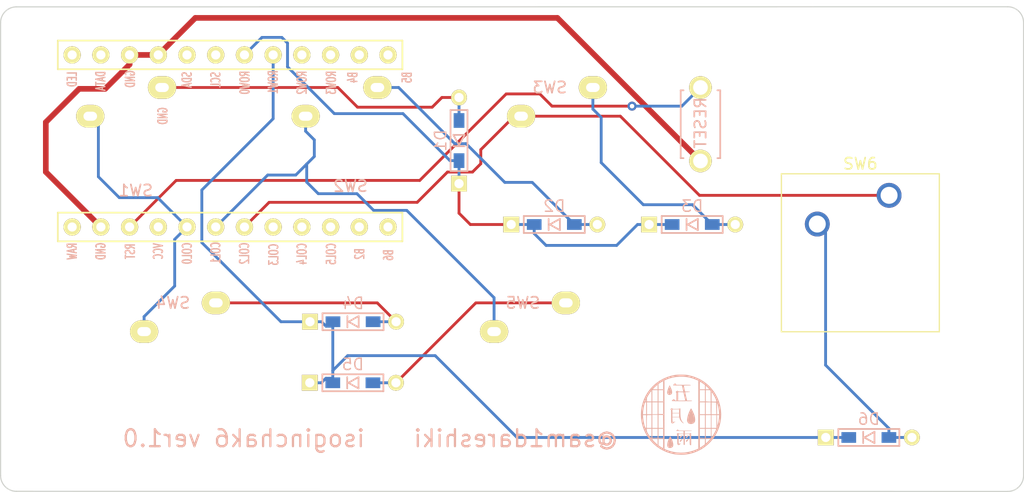
<source format=kicad_pcb>
(kicad_pcb (version 20221018) (generator pcbnew)
  (layers (0 "F.Cu" signal) (31 "B.Cu" signal) (34 "B.Paste" user) (35 "F.Paste" user) (36 "B.SilkS" user "B.Silkscreen") (37 "F.SilkS" user "F.Silkscreen") (38 "B.Mask" user) (39 "F.Mask" user) (44 "Edge.Cuts" user))
  (net 0 "")
  (net 1 "Net-(D1-A)")
  (net 2 "Row0")
  (net 3 "Net-(D2-A)")
  (net 4 "Net-(D3-A)")
  (net 5 "Net-(D4-A)")
  (net 6 "Row1")
  (net 7 "Net-(D5-A)")
  (net 8 "Net-(D6-A)")
  (net 9 "Col0")
  (net 10 "Col1")
  (net 11 "Col2")
  (net 12 "reset")
  (net 13 "GND")
  (net 27 "VCC")
  (footprint "kbd_Parts:Diode_TH_SMD" (layer "F.Cu") (at 106.425 52.6)
    (fp_text reference "D3" (at 0 -1.63) (layer "B.SilkS") (effects (font (thickness 0.125)) (justify mirror)))
    (fp_text value "D" hide)
    (pad "1" thru_hole rect (at -3.81 0) (size 1.397 1.397) (drill 0.8128) (layers "*.Cu" "*.Mask" "F.SilkS") (net 2 "Row0"))
    (pad "1" smd rect (at -1.775 0) (size 1.3 0.95) (layers "B.Cu" "B.Paste" "B.Mask") (net 2 "Row0"))
    (pad "2" smd rect (at 1.775 0) (size 1.3 0.95) (layers "B.Cu" "B.Paste" "B.Mask") (net 4 "Net-(D3-A)"))
    (pad "2" thru_hole circle (at 3.81 0) (size 1.397 1.397) (drill 0.8128) (layers "*.Cu" "*.Mask" "F.SilkS") (net 4 "Net-(D3-A)"))
  )
  (footprint "kbd_Parts:ResetSW" (layer "F.Cu") (at 107.1563 43.7312 90)
    (fp_text reference "SW7" hide)
    (fp_text value "SW_PUSH")
    (fp_text user "RESET" (at 0.127 0 90) (layer "B.SilkS") (effects (justify mirror)))
    (pad "1" thru_hole circle (at 3.25 0 90) (size 2 2) (drill 1.3) (layers "*.Cu" "*.Mask" "F.SilkS") (net 12 "reset"))
    (pad "2" thru_hole circle (at -3.25 0 90) (size 2 2) (drill 1.3) (layers "*.Cu" "*.Mask" "F.SilkS") (net 13 "GND"))
  )
  (footprint "kbd_Hole:m2_Screw_Hole" (layer "F.Cu") (at 85.65 36.875)
    (fp_text reference "Ref00" hide)
    (fp_text value "Val**" hide)
    (pad "" np_thru_hole circle (at 0 0) (size 2.2 2.2) (drill 2.2) (layers "*.Cu" "*.Mask"))
  )
  (footprint "kbd:ProMicro_v2_1side" (layer "F.Cu") (at 66.058 45.2564 90)
    (fp_text reference "U1" hide)
    (fp_text value "ProMicro" hide)
    (fp_text user "" (at -1.2065 -16.256 90) (layer "B.SilkS") (effects (justify mirror)))
    (fp_text user "GND" (at 2.2564 -6.458 90) (layer "B.SilkS") (effects (font (size 0.8 0.5) (thickness 0.125)) (justify mirror)))
    (fp_text user "COL2" (at -9.9 0.762 90) (layer "B.SilkS") (effects (font (size 0.8 0.5) (thickness 0.125)) (justify mirror)))
    (fp_text user "B5" (at 5.6564 15.142 90) (layer "B.SilkS") (effects (font (size 0.8 0.5) (thickness 0.125)) (justify mirror)))
    (fp_text user "GND" (at 5.5245 -9.3345 90) (layer "B.SilkS") (effects (font (size 0.8 0.5) (thickness 0.125)) (justify mirror)))
    (fp_text user "RAW" (at -9.7155 -14.478 90) (layer "B.SilkS") (effects (font (size 0.8 0.5) (thickness 0.125)) (justify mirror)))
    (fp_text user "ROW2" (at 5.2 5.85 90) (layer "B.SilkS") (effects (font (size 0.8 0.5) (thickness 0.125)) (justify mirror)))
    (fp_text user "COL0" (at -9.9 -4.3 90) (layer "B.SilkS") (effects (font (size 0.8 0.5) (thickness 0.125)) (justify mirror)))
    (fp_text user "B2" (at -9.95 10.95 90) (layer "B.SilkS") (effects (font (size 0.8 0.5) (thickness 0.125)) (justify mirror)))
    (fp_text user "GND" (at -9.7155 -11.938 90) (layer "B.SilkS") (effects (font (size 0.8 0.5) (thickness 0.125)) (justify mirror)))
    (fp_text user "COL5" (at -9.95 8.4455 90) (layer "B.SilkS") (effects (font (size 0.8 0.5) (thickness 0.125)) (justify mirror)))
    (fp_text user "RST" (at -9.7155 -9.3345 90) (layer "B.SilkS") (effects (font (size 0.8 0.5) (thickness 0.125)) (justify mirror)))
    (fp_text user "COL3" (at -10 3.35 90) (layer "B.SilkS") (effects (font (size 0.8 0.5) (thickness 0.125)) (justify mirror)))
    (fp_text user "ROW0" (at 5.2 0.8 90) (layer "B.SilkS") (effects (font (size 0.8 0.5) (thickness 0.125)) (justify mirror)))
    (fp_text user "ROW3" (at 5.2 8.4455 90) (layer "B.SilkS") (effects (font (size 0.8 0.5) (thickness 0.125)) (justify mirror)))
    (fp_text user "DATA" (at 5.35 -11.95 90) (layer "B.SilkS") (effects (font (size 0.8 0.5) (thickness 0.125)) (justify mirror)))
    (fp_text user "ROW1" (at 5.25 3.302 90) (layer "B.SilkS") (effects (font (size 0.8 0.5) (thickness 0.125)) (justify mirror)))
    (fp_text user "COL4" (at -9.95 5.85 90) (layer "B.SilkS") (effects (font (size 0.8 0.5) (thickness 0.125)) (justify mirror)))
    (fp_text user "COL1" (at -9.85 -1.778 90) (layer "B.SilkS") (effects (font (size 0.8 0.5) (thickness 0.125)) (justify mirror)))
    (fp_text user "LED" (at 5.5 -14.478 90) (layer "B.SilkS") (effects (font (size 0.8 0.5) (thickness 0.125)) (justify mirror)))
    (fp_text user "B6" (at -10.05 13.5 90) (layer "B.SilkS") (effects (font (size 0.8 0.5) (thickness 0.125)) (justify mirror)))
    (fp_text user "B4" (at 5.6564 10.342 90) (layer "B.SilkS") (effects (font (size 0.8 0.5) (thickness 0.125)) (justify mirror)))
    (fp_text user "SDA" (at 5.461 -4.318 90) (layer "B.SilkS") (effects (font (size 0.8 0.5) (thickness 0.125)) (justify mirror)))
    (fp_text user "SCL" (at 5.461 -1.778 90) (layer "B.SilkS") (effects (font (size 0.8 0.5) (thickness 0.125)) (justify mirror)))
    (fp_text user "VCC" (at -9.7155 -6.858 90) (layer "B.SilkS") (effects (font (size 0.8 0.5) (thickness 0.125)) (justify mirror)))
    (fp_text user "" (at -0.5 -17.25 90) (layer "F.SilkS"))
    (pad "1" thru_hole circle (at 7.6564 -14.478 90) (size 1.524 1.524) (drill 0.8128) (layers "*.Cu" "F.SilkS" "B.Mask"))
    (pad "2" thru_hole circle (at 7.6564 -11.938 90) (size 1.524 1.524) (drill 0.8128) (layers "*.Cu" "F.SilkS" "B.Mask"))
    (pad "3" thru_hole circle (at 7.6564 -9.398 90) (size 1.524 1.524) (drill 0.8128) (layers "*.Cu" "F.SilkS" "B.Mask") (net 13 "GND"))
    (pad "4" thru_hole circle (at 7.6564 -6.858 90) (size 1.524 1.524) (drill 0.8128) (layers "*.Cu" "F.SilkS" "B.Mask") (net 13 "GND"))
    (pad "5" thru_hole circle (at 7.6564 -4.318 90) (size 1.524 1.524) (drill 0.8128) (layers "*.Cu" "F.SilkS" "B.Mask"))
    (pad "6" thru_hole circle (at 7.6564 -1.778 90) (size 1.524 1.524) (drill 0.8128) (layers "*.Cu" "F.SilkS" "B.Mask"))
    (pad "7" thru_hole circle (at 7.6564 0.762 90) (size 1.524 1.524) (drill 0.8128) (layers "*.Cu" "F.SilkS" "B.Mask") (net 2 "Row0"))
    (pad "8" thru_hole circle (at 7.6564 3.302 90) (size 1.524 1.524) (drill 0.8128) (layers "*.Cu" "F.SilkS" "B.Mask") (net 6 "Row1"))
    (pad "9" thru_hole circle (at 7.6564 5.842 90) (size 1.524 1.524) (drill 0.8128) (layers "*.Cu" "F.SilkS" "B.Mask"))
    (pad "10" thru_hole circle (at 7.6564 8.382 90) (size 1.524 1.524) (drill 0.8128) (layers "*.Cu" "F.SilkS" "B.Mask"))
    (pad "11" thru_hole circle (at 7.6564 10.922 90) (size 1.524 1.524) (drill 0.8128) (layers "*.Cu" "F.SilkS" "B.Mask"))
    (pad "12" thru_hole circle (at 7.6564 13.462 90) (size 1.524 1.524) (drill 0.8128) (layers "*.Cu" "F.SilkS" "B.Mask"))
    (pad "13" thru_hole circle (at -7.5636 13.462 90) (size 1.524 1.524) (drill 0.8128) (layers "*.Cu" "F.SilkS" "B.Mask"))
    (pad "14" thru_hole circle (at -7.5636 10.922 90) (size 1.524 1.524) (drill 0.8128) (layers "*.Cu" "F.SilkS" "B.Mask"))
    (pad "15" thru_hole circle (at -7.5636 8.382 90) (size 1.524 1.524) (drill 0.8128) (layers "*.Cu" "F.SilkS" "B.Mask"))
    (pad "16" thru_hole circle (at -7.5636 5.842 90) (size 1.524 1.524) (drill 0.8128) (layers "*.Cu" "F.SilkS" "B.Mask"))
    (pad "17" thru_hole circle (at -7.5636 3.302 90) (size 1.524 1.524) (drill 0.8128) (layers "*.Cu" "F.SilkS" "B.Mask"))
    (pad "18" thru_hole circle (at -7.5636 0.762 90) (size 1.524 1.524) (drill 0.8128) (layers "*.Cu" "F.SilkS" "B.Mask") (net 11 "Col2"))
    (pad "19" thru_hole circle (at -7.5636 -1.778 90) (size 1.524 1.524) (drill 0.8128) (layers "*.Cu" "F.SilkS" "B.Mask") (net 10 "Col1"))
    (pad "20" thru_hole circle (at -7.5636 -4.318 90) (size 1.524 1.524) (drill 0.8128) (layers "*.Cu" "F.SilkS" "B.Mask") (net 9 "Col0"))
    (pad "21" thru_hole circle (at -7.5636 -6.858 90) (size 1.524 1.524) (drill 0.8128) (layers "*.Cu" "F.SilkS" "B.Mask") (net 27 "VCC"))
    (pad "22" thru_hole circle (at -7.5636 -9.398 90) (size 1.524 1.524) (drill 0.8128) (layers "*.Cu" "F.SilkS" "B.Mask") (net 12 "reset"))
    (pad "23" thru_hole circle (at -7.5636 -11.938 90) (size 1.524 1.524) (drill 0.8128) (layers "*.Cu" "F.SilkS" "B.Mask") (net 13 "GND"))
    (pad "24" thru_hole circle (at -7.5636 -14.478 90) (size 1.524 1.524) (drill 0.8128) (layers "*.Cu" "F.SilkS" "B.Mask"))
  )
  (footprint "kbd_Parts:Diode_TH_SMD" (layer "F.Cu") (at 94.225 52.6)
    (fp_text reference "D2" (at 0 -1.63) (layer "B.SilkS") (effects (font (thickness 0.125)) (justify mirror)))
    (fp_text value "D" hide)
    (pad "1" thru_hole rect (at -3.81 0) (size 1.397 1.397) (drill 0.8128) (layers "*.Cu" "*.Mask" "F.SilkS") (net 2 "Row0"))
    (pad "1" smd rect (at -1.775 0) (size 1.3 0.95) (layers "B.Cu" "B.Paste" "B.Mask") (net 2 "Row0"))
    (pad "2" smd rect (at 1.775 0) (size 1.3 0.95) (layers "B.Cu" "B.Paste" "B.Mask") (net 3 "Net-(D2-A)"))
    (pad "2" thru_hole circle (at 3.81 0) (size 1.397 1.397) (drill 0.8128) (layers "*.Cu" "*.Mask" "F.SilkS") (net 3 "Net-(D2-A)"))
  )
  (footprint "kbd_SW:CherryMX_Solder_1u" (layer "F.Cu") (at 76.0413 45.5612)
    (fp_text reference "SW2" (at 0.15875 3.63875 180) (layer "B.SilkS") (effects (justify mirror)))
    (fp_text value "SW_PUSH" hide)
    (pad "" np_thru_hole circle (at -5.08 0 90) (size 1.9 1.9) (drill 1.9) (layers "*.Cu" "*.Mask"))
    (pad "" np_thru_hole circle (at 0 0 90) (size 4 4) (drill 4) (layers "*.Cu" "*.Mask"))
    (pad "" np_thru_hole circle (at 5.08 0 90) (size 1.9 1.9) (drill 1.9) (layers "*.Cu" "*.Mask"))
    (pad "1" thru_hole oval (at -3.81 -2.54) (size 2.5 2) (drill oval 1.2 0.8) (layers "*.Cu" "F.SilkS" "B.Mask") (net 10 "Col1"))
    (pad "2" thru_hole oval (at 2.54 -5.08) (size 2.5 2) (drill oval 1.2 0.8) (layers "*.Cu" "F.SilkS" "B.Mask") (net 3 "Net-(D2-A)"))
  )
  (footprint "kbd_SW:CherryMX_Solder_1.75u" (layer "F.Cu") (at 92.71 64.6112)
    (fp_text reference "SW5" (at -1.27 -5.08 180) (layer "B.SilkS") (effects (justify mirror)))
    (fp_text value "SW_PUSH" hide)
    (pad "" np_thru_hole circle (at -5.08 0 90) (size 1.9 1.9) (drill 1.9) (layers "*.Cu" "*.Mask"))
    (pad "" np_thru_hole circle (at 0 0 90) (size 4 4) (drill 4) (layers "*.Cu" "*.Mask"))
    (pad "" np_thru_hole circle (at 5.08 0 90) (size 1.9 1.9) (drill 1.9) (layers "*.Cu" "*.Mask"))
    (pad "1" thru_hole oval (at -3.81 -2.54) (size 2.5 2) (drill oval 1.2 0.8) (layers "*.Cu" "F.SilkS" "B.Mask") (net 10 "Col1"))
    (pad "2" thru_hole oval (at 2.54 -5.08) (size 2.5 2) (drill oval 1.2 0.8) (layers "*.Cu" "F.SilkS" "B.Mask") (net 7 "Net-(D5-A)"))
  )
  (footprint "kbd_SW:CherryMX_Solder_1.5u" (layer "F.Cu") (at 61.7538 64.6112)
    (fp_text reference "SW4" (at -1.27 -5.08 180) (layer "B.SilkS") (effects (justify mirror)))
    (fp_text value "SW_PUSH" hide)
    (pad "" np_thru_hole circle (at -5.08 0 90) (size 1.9 1.9) (drill 1.9) (layers "*.Cu" "*.Mask"))
    (pad "" np_thru_hole circle (at 0 0 90) (size 4 4) (drill 4) (layers "*.Cu" "*.Mask"))
    (pad "" np_thru_hole circle (at 5.08 0 90) (size 1.9 1.9) (drill 1.9) (layers "*.Cu" "*.Mask"))
    (pad "1" thru_hole oval (at -3.81 -2.54) (size 2.5 2) (drill oval 1.2 0.8) (layers "*.Cu" "F.SilkS" "B.Mask") (net 9 "Col0"))
    (pad "2" thru_hole oval (at 2.54 -5.08) (size 2.5 2) (drill oval 1.2 0.8) (layers "*.Cu" "F.SilkS" "B.Mask") (net 5 "Net-(D4-A)"))
  )
  (footprint "kbd_Parts:Diode_TH_SMD" (layer "F.Cu") (at 76.425 61.2)
    (fp_text reference "D4" (at 0 -1.63) (layer "B.SilkS") (effects (font (thickness 0.125)) (justify mirror)))
    (fp_text value "D" hide)
    (pad "1" thru_hole rect (at -3.81 0) (size 1.397 1.397) (drill 0.8128) (layers "*.Cu" "*.Mask" "F.SilkS") (net 6 "Row1"))
    (pad "1" smd rect (at -1.775 0) (size 1.3 0.95) (layers "B.Cu" "B.Paste" "B.Mask") (net 6 "Row1"))
    (pad "2" smd rect (at 1.775 0) (size 1.3 0.95) (layers "B.Cu" "B.Paste" "B.Mask") (net 5 "Net-(D4-A)"))
    (pad "2" thru_hole circle (at 3.81 0) (size 1.397 1.397) (drill 0.8128) (layers "*.Cu" "*.Mask" "F.SilkS") (net 5 "Net-(D4-A)"))
  )
  (footprint "Button_Switch_Keyboard:SW_Cherry_MX_ISOEnter_PCB" (layer "F.Cu") (at 123.84 50.02)
    (fp_text reference "SW6" (at -2.54 -2.794) (layer "F.SilkS"))
    (fp_text value "SW_PUSH")
    (pad "" np_thru_hole circle (at -9.54 -6.82) (size 3.05 3.05) (drill 3.05) (layers "*.Cu" "*.Mask"))
    (pad "" np_thru_hole circle (at -9.54 16.98) (size 3.05 3.05) (drill 3.05) (layers "*.Cu" "*.Mask"))
    (pad "" np_thru_hole circle (at -7.62 5.08) (size 1.7 1.7) (drill 1.7) (layers "*.Cu" "*.Mask"))
    (pad "" np_thru_hole circle (at -2.54 5.08) (size 4 4) (drill 4) (layers "*.Cu" "*.Mask"))
    (pad "" np_thru_hole circle (at 2.54 5.08) (size 1.7 1.7) (drill 1.7) (layers "*.Cu" "*.Mask"))
    (pad "" np_thru_hole circle (at 5.7 -6.82) (size 4 4) (drill 4) (layers "*.Cu" "*.Mask"))
    (pad "" np_thru_hole circle (at 5.7 16.98) (size 4 4) (drill 4) (layers "*.Cu" "*.Mask"))
    (pad "1" thru_hole circle (at 0 0) (size 2.2 2.2) (drill 1.5) (layers "*.Cu" "*.Mask") (net 11 "Col2"))
    (pad "2" thru_hole circle (at -6.35 2.54) (size 2.2 2.2) (drill 1.5) (layers "*.Cu" "*.Mask") (net 8 "Net-(D6-A)"))
  )
  (footprint "kbd_Parts:Diode_TH_SMD" (layer "F.Cu") (at 122.05 71.4375)
    (fp_text reference "D6" (at 0 -1.63) (layer "B.SilkS") (effects (font (thickness 0.125)) (justify mirror)))
    (fp_text value "D" hide)
    (pad "1" thru_hole rect (at -3.81 0) (size 1.397 1.397) (drill 0.8128) (layers "*.Cu" "*.Mask" "F.SilkS") (net 6 "Row1"))
    (pad "1" smd rect (at -1.775 0) (size 1.3 0.95) (layers "B.Cu" "B.Paste" "B.Mask") (net 6 "Row1"))
    (pad "2" smd rect (at 1.775 0) (size 1.3 0.95) (layers "B.Cu" "B.Paste" "B.Mask") (net 8 "Net-(D6-A)"))
    (pad "2" thru_hole circle (at 3.81 0) (size 1.397 1.397) (drill 0.8128) (layers "*.Cu" "*.Mask" "F.SilkS") (net 8 "Net-(D6-A)"))
  )
  (footprint "kbd_Hole:m2_Screw_Hole" (layer "F.Cu") (at 132 36.725)
    (fp_text reference "Ref01" hide)
    (fp_text value "Val**" hide)
    (pad "" np_thru_hole circle (at 0 0) (size 2.2 2.2) (drill 2.2) (layers "*.Cu" "*.Mask"))
  )
  (footprint "kbd_Hole:m2_Screw_Hole" (layer "F.Cu") (at 132 72.8)
    (fp_text reference "Ref03" hide)
    (fp_text value "Val**" hide)
    (pad "" np_thru_hole circle (at 0 0) (size 2.2 2.2) (drill 2.2) (layers "*.Cu" "*.Mask"))
  )
  (footprint "kbd_Parts:Diode_TH_SMD" (layer "F.Cu") (at 76.41 66.6)
    (fp_text reference "D5" (at 0 -1.63) (layer "B.SilkS") (effects (font (thickness 0.125)) (justify mirror)))
    (fp_text value "D" hide)
    (pad "1" thru_hole rect (at -3.81 0) (size 1.397 1.397) (drill 0.8128) (layers "*.Cu" "*.Mask" "F.SilkS") (net 6 "Row1"))
    (pad "1" smd rect (at -1.775 0) (size 1.3 0.95) (layers "B.Cu" "B.Paste" "B.Mask") (net 6 "Row1"))
    (pad "2" smd rect (at 1.775 0) (size 1.3 0.95) (layers "B.Cu" "B.Paste" "B.Mask") (net 7 "Net-(D5-A)"))
    (pad "2" thru_hole circle (at 3.81 0) (size 1.397 1.397) (drill 0.8128) (layers "*.Cu" "*.Mask" "F.SilkS") (net 7 "Net-(D5-A)"))
  )
  (footprint "kbd_Hole:m2_Screw_Hole" (layer "F.Cu") (at 49.025 72.375)
    (fp_text reference "Ref02" hide)
    (fp_text value "Val**" hide)
    (pad "" np_thru_hole circle (at 0 0) (size 2.2 2.2) (drill 2.2) (layers "*.Cu" "*.Mask"))
  )
  (footprint "kbd_Parts:Diode_TH_SMD" (layer "F.Cu") (at 85.8 45.175 90)
    (fp_text reference "D1" (at 0 -1.63 90) (layer "B.SilkS") (effects (font (thickness 0.125)) (justify mirror)))
    (fp_text value "D" hide)
    (pad "1" thru_hole rect (at -3.81 0 90) (size 1.397 1.397) (drill 0.8128) (layers "*.Cu" "*.Mask" "F.SilkS") (net 2 "Row0"))
    (pad "1" smd rect (at -1.775 0 90) (size 1.3 0.95) (layers "B.Cu" "B.Paste" "B.Mask") (net 2 "Row0"))
    (pad "2" smd rect (at 1.775 0 90) (size 1.3 0.95) (layers "B.Cu" "B.Paste" "B.Mask") (net 1 "Net-(D1-A)"))
    (pad "2" thru_hole circle (at 3.81 0 90) (size 1.397 1.397) (drill 0.8128) (layers "*.Cu" "*.Mask" "F.SilkS") (net 1 "Net-(D1-A)"))
  )
  (footprint "kbd_SW:CherryMX_Solder_1u" (layer "F.Cu") (at 56.9913 45.5612)
    (fp_text reference "SW1" (at 0.20875 4.03875 180) (layer "B.SilkS") (effects (justify mirror)))
    (fp_text value "SW_PUSH" hide)
    (pad "" np_thru_hole circle (at -5.08 0 90) (size 1.9 1.9) (drill 1.9) (layers "*.Cu" "*.Mask"))
    (pad "" np_thru_hole circle (at 0 0 90) (size 4 4) (drill 4) (layers "*.Cu" "*.Mask"))
    (pad "" np_thru_hole circle (at 5.08 0 90) (size 1.9 1.9) (drill 1.9) (layers "*.Cu" "*.Mask"))
    (pad "1" thru_hole oval (at -3.81 -2.54) (size 2.5 2) (drill oval 1.2 0.8) (layers "*.Cu" "F.SilkS" "B.Mask") (net 9 "Col0"))
    (pad "2" thru_hole oval (at 2.54 -5.08) (size 2.5 2) (drill oval 1.2 0.8) (layers "*.Cu" "F.SilkS" "B.Mask") (net 1 "Net-(D1-A)"))
  )
  (footprint "kbd_SW:CherryMX_Solder_1u" (layer "F.Cu") (at 95.1 45.56)
    (fp_text reference "SW3" (at -1.27 -5.08 180) (layer "B.SilkS") (effects (justify mirror)))
    (fp_text value "SW_PUSH" hide)
    (pad "" np_thru_hole circle (at -5.08 0 90) (size 1.9 1.9) (drill 1.9) (layers "*.Cu" "*.Mask"))
    (pad "" np_thru_hole circle (at 0 0 90) (size 4 4) (drill 4) (layers "*.Cu" "*.Mask"))
    (pad "" np_thru_hole circle (at 5.08 0 90) (size 1.9 1.9) (drill 1.9) (layers "*.Cu" "*.Mask"))
    (pad "1" thru_hole oval (at -3.81 -2.54) (size 2.5 2) (drill oval 1.2 0.8) (layers "*.Cu" "F.SilkS" "B.Mask") (net 11 "Col2"))
    (pad "2" thru_hole oval (at 2.54 -5.08) (size 2.5 2) (drill oval 1.2 0.8) (layers "*.Cu" "F.SilkS" "B.Mask") (net 4 "Net-(D3-A)"))
  )
  (footprint "SamacSys_Parts:sam1dare_logo" (layer "B.Cu") (at 105.4 69.4 180)
    (fp_text reference "00" hide)
    (fp_text value "LOGO" hide)
  )
  (gr_line (start 46.65 33.35) (end 134.334735 33.339503) (stroke (width 0.1)) (layer "Edge.Cuts"))
  (gr_arc (start 46.649999 76.200001) (mid 45.66005 75.78995) (end 45.249999 74.800001) (stroke (width 0.1)) (layer "Edge.Cuts"))
  (gr_arc (start 45.25 34.75) (mid 45.660051 33.760051) (end 46.65 33.35) (stroke (width 0.1)) (layer "Edge.Cuts"))
  (gr_line (start 45.249999 74.800001) (end 45.25 34.75) (stroke (width 0.1)) (layer "Edge.Cuts"))
  (gr_line (start 134.334735 76.210181) (end 46.649999 76.200001) (stroke (width 0.1)) (layer "Edge.Cuts"))
  (gr_arc (start 135.735181 74.809735) (mid 135.325 75.8) (end 134.334735 76.210181) (stroke (width 0.1)) (layer "Edge.Cuts"))
  (gr_line (start 135.735181 34.739949) (end 135.735181 74.809735) (stroke (width 0.1)) (layer "Edge.Cuts"))
  (gr_arc (start 134.334735 33.339503) (mid 135.325 33.749684) (end 135.735181 34.739949) (stroke (width 0.1)) (layer "Edge.Cuts"))
  (gr_text "isoginchak6 ver1.0" (at 77.6 72.4) (layer "B.SilkS") (effects (font (size 1.5 1.5) (thickness 0.2)) (justify left bottom mirror)))
  (gr_text "@sam1dareshiki" (at 100 72.4) (layer "B.SilkS") (effects (font (size 1.5 1.5) (thickness 0.2)) (justify left bottom mirror)))
  (segment (start 59.5313 40.4812) (end 75.0812 40.4812) (width 0.25) (layer "F.Cu") (net 1))
  (segment (start 76.825 42.225) (end 83.425 42.225) (width 0.25) (layer "F.Cu") (net 1))
  (segment (start 75.0812 40.4812) (end 76.825 42.225) (width 0.25) (layer "F.Cu") (net 1))
  (segment (start 84.285 41.365) (end 85.8 41.365) (width 0.25) (layer "F.Cu") (net 1))
  (segment (start 83.425 42.225) (end 84.285 41.365) (width 0.25) (layer "F.Cu") (net 1))
  (segment (start 85.8 41.365) (end 85.8 43.4) (width 0.25) (layer "B.Cu") (net 1))
  (segment (start 86.8 52.6) (end 90.415 52.6) (width 0.25) (layer "F.Cu") (net 2))
  (segment (start 85.8 48.985) (end 85.8 51.6) (width 0.25) (layer "F.Cu") (net 2))
  (segment (start 85.8 51.6) (end 86.8 52.6) (width 0.25) (layer "F.Cu") (net 2))
  (segment (start 93.4999 54.45) (end 99.7414 54.45) (width 0.25) (layer "B.Cu") (net 2))
  (segment (start 99.7414 54.45) (end 101.5914 52.6) (width 0.25) (layer "B.Cu") (net 2))
  (segment (start 66.82 37.6) (end 68.37 36.05) (width 0.25) (layer "B.Cu") (net 2))
  (segment (start 68.37 36.05) (end 70.125 36.05) (width 0.25) (layer "B.Cu") (net 2))
  (segment (start 90.415 52.6) (end 92.45 52.6) (width 0.25) (layer "B.Cu") (net 2))
  (segment (start 80.8428 42.7929) (end 84.9999 46.95) (width 0.25) (layer "B.Cu") (net 2))
  (segment (start 85.8 47.35) (end 85.8 48.985) (width 0.25) (layer "B.Cu") (net 2))
  (segment (start 92.45 53.4001) (end 93.4999 54.45) (width 0.25) (layer "B.Cu") (net 2))
  (segment (start 104.65 52.6) (end 102.615 52.6) (width 0.25) (layer "B.Cu") (net 2))
  (segment (start 101.5914 52.6) (end 102.615 52.6) (width 0.25) (layer "B.Cu") (net 2))
  (segment (start 85.4 46.95) (end 85.8 47.35) (width 0.25) (layer "B.Cu") (net 2))
  (segment (start 70.63 36.555) (end 70.63 38.655) (width 0.25) (layer "B.Cu") (net 2))
  (segment (start 70.125 36.05) (end 70.63 36.555) (width 0.25) (layer "B.Cu") (net 2))
  (segment (start 70.63 38.655) (end 74.7679 42.7929) (width 0.25) (layer "B.Cu") (net 2))
  (segment (start 74.7679 42.7929) (end 80.8428 42.7929) (width 0.25) (layer "B.Cu") (net 2))
  (segment (start 84.9999 46.95) (end 85.4 46.95) (width 0.25) (layer "B.Cu") (net 2))
  (segment (start 92.45 52.6) (end 92.45 53.4001) (width 0.25) (layer "B.Cu") (net 2))
  (segment (start 85.8 46.95) (end 85.4 46.95) (width 0.25) (layer "B.Cu") (net 2))
  (segment (start 96 52.6) (end 92.275 48.875) (width 0.25) (layer "B.Cu") (net 3))
  (segment (start 89.85 48.875) (end 86.425 45.45) (width 0.25) (layer "B.Cu") (net 3))
  (segment (start 80.4562 40.4812) (end 78.5813 40.4812) (width 0.25) (layer "B.Cu") (net 3))
  (segment (start 98.035 52.6) (end 96 52.6) (width 0.25) (layer "B.Cu") (net 3))
  (segment (start 85.425 45.45) (end 80.4562 40.4812) (width 0.25) (layer "B.Cu") (net 3))
  (segment (start 86.425 45.45) (end 85.425 45.45) (width 0.25) (layer "B.Cu") (net 3))
  (segment (start 92.275 48.875) (end 89.85 48.875) (width 0.25) (layer "B.Cu") (net 3))
  (segment (start 98.375 47.125001) (end 102.099999 50.85) (width 0.25) (layer "B.Cu") (net 4))
  (segment (start 106.45 50.85) (end 108.2 52.6) (width 0.25) (layer "B.Cu") (net 4))
  (segment (start 97.64 40.48) (end 97.64 42.39) (width 0.25) (layer "B.Cu") (net 4))
  (segment (start 98.375 43.125) (end 98.375 47.125001) (width 0.25) (layer "B.Cu") (net 4))
  (segment (start 110.235 52.6) (end 108.2 52.6) (width 0.25) (layer "B.Cu") (net 4))
  (segment (start 97.64 42.39) (end 98.375 43.125) (width 0.25) (layer "B.Cu") (net 4))
  (segment (start 102.099999 50.85) (end 106.45 50.85) (width 0.25) (layer "B.Cu") (net 4))
  (segment (start 64.2938 59.5312) (end 78.5662 59.5312) (width 0.25) (layer "F.Cu") (net 5))
  (segment (start 78.5662 59.5312) (end 80.235 61.2) (width 0.25) (layer "F.Cu") (net 5))
  (segment (start 80.235 61.2) (end 78.2 61.2) (width 0.25) (layer "B.Cu") (net 5))
  (segment (start 120.275 71.4375) (end 118.24 71.4375) (width 0.25) (layer "B.Cu") (net 6))
  (segment (start 70.05 61.2) (end 72.615 61.2) (width 0.25) (layer "B.Cu") (net 6))
  (segment (start 74.65 61.2) (end 74.65 61.6) (width 0.25) (layer "B.Cu") (net 6))
  (segment (start 74.65 61.6) (end 74.635 61.6) (width 0.25) (layer "B.Cu") (net 6))
  (segment (start 74.0386 61.6) (end 73.6386 61.2) (width 0.25) (layer "B.Cu") (net 6))
  (segment (start 90.9304 71.4375) (end 118.24 71.4375) (width 0.25) (layer "B.Cu") (net 6))
  (segment (start 74.635 65.5483) (end 74.635 65.7999) (width 0.25) (layer "B.Cu") (net 6))
  (segment (start 74.635 65.5483) (end 74.635 65.515) (width 0.25) (layer "B.Cu") (net 6))
  (segment (start 74.635 65.515) (end 75.95 64.2) (width 0.25) (layer "B.Cu") (net 6))
  (segment (start 69.36 37.6) (end 69.36 43.24) (width 0.25) (layer "B.Cu") (net 6))
  (segment (start 72.6 66.6) (end 73.6236 66.6) (width 0.25) (layer "B.Cu") (net 6))
  (segment (start 75.95 64.2) (end 83.6929 64.2) (width 0.25) (layer "B.Cu") (net 6))
  (segment (start 74.635 66.1999) (end 74.0237 66.1999) (width 0.25) (layer "B.Cu") (net 6))
  (segment (start 74.635 66.1999) (end 74.635 65.7999) (width 0.25) (layer "B.Cu") (net 6))
  (segment (start 74.635 61.6) (end 74.635 65.5483) (width 0.25) (layer "B.Cu") (net 6))
  (segment (start 74.0237 66.1999) (end 73.6236 66.6) (width 0.25) (layer "B.Cu") (net 6))
  (segment (start 83.6929 64.2) (end 90.9304 71.4375) (width 0.25) (layer "B.Cu") (net 6))
  (segment (start 74.635 61.6) (end 74.0386 61.6) (width 0.25) (layer "B.Cu") (net 6))
  (segment (start 72.615 61.2) (end 73.6386 61.2) (width 0.25) (layer "B.Cu") (net 6))
  (segment (start 63.05 54.2) (end 70.05 61.2) (width 0.25) (layer "B.Cu") (net 6))
  (segment (start 74.635 66.6) (end 74.635 66.1999) (width 0.25) (layer "B.Cu") (net 6))
  (segment (start 69.36 43.24) (end 63.05 49.55) (width 0.25) (layer "B.Cu") (net 6))
  (segment (start 63.05 49.55) (end 63.05 54.2) (width 0.25) (layer "B.Cu") (net 6))
  (segment (start 87.2888 59.5312) (end 80.22 66.6) (width 0.25) (layer "F.Cu") (net 7))
  (segment (start 95.25 59.5312) (end 87.2888 59.5312) (width 0.25) (layer "F.Cu") (net 7))
  (segment (start 80.22 66.6) (end 79.1601 66.6) (width 0.25) (layer "B.Cu") (net 7))
  (segment (start 78.185 66.6) (end 79.1601 66.6) (width 0.25) (layer "B.Cu") (net 7))
  (segment (start 117.49 52.56) (end 118.225 53.295) (width 0.25) (layer "B.Cu") (net 8))
  (segment (start 118.225 53.295) (end 118.225 65.0374) (width 0.25) (layer "B.Cu") (net 8))
  (segment (start 118.225 65.0374) (end 123.825 70.6374) (width 0.25) (layer "B.Cu") (net 8))
  (segment (start 123.825 70.6374) (end 123.825 71.4375) (width 0.25) (layer "B.Cu") (net 8))
  (segment (start 125.86 71.4375) (end 123.825 71.4375) (width 0.25) (layer "B.Cu") (net 8))
  (segment (start 60.65 53.91) (end 61.74 52.82) (width 0.25) (layer "B.Cu") (net 9))
  (segment (start 57.9438 60.7461) (end 60.65 58.0399) (width 0.25) (layer "B.Cu") (net 9))
  (segment (start 59.145 50.225) (end 55.75 50.225) (width 0.25) (layer "B.Cu") (net 9))
  (segment (start 57.9438 62.0712) (end 57.9438 60.7461) (width 0.25) (layer "B.Cu") (net 9))
  (segment (start 60.65 58.0399) (end 60.65 53.91) (width 0.25) (layer "B.Cu") (net 9))
  (segment (start 53.9 43.7399) (end 53.1813 43.0212) (width 0.25) (layer "B.Cu") (net 9))
  (segment (start 53.9 48.375) (end 53.9 43.7399) (width 0.25) (layer "B.Cu") (net 9))
  (segment (start 55.75 50.225) (end 53.9 48.375) (width 0.25) (layer "B.Cu") (net 9))
  (segment (start 61.74 52.82) (end 59.145 50.225) (width 0.25) (layer "B.Cu") (net 9))
  (segment (start 88.9 62.0712) (end 88.9 59.075) (width 0.25) (layer "B.Cu") (net 10))
  (segment (start 72.2313 44.3463) (end 72.2313 43.0212) (width 0.25) (layer "B.Cu") (net 10))
  (segment (start 73.35 49.875) (end 72.3281 48.8531) (width 0.25) (layer "B.Cu") (net 10))
  (segment (start 72.3281 48.8531) (end 72.3281 47.2529) (width 0.25) (layer "B.Cu") (net 10))
  (segment (start 76.775 49.875) (end 73.35 49.875) (width 0.25) (layer "B.Cu") (net 10))
  (segment (start 71.356 48.225) (end 68.875 48.225) (width 0.25) (layer "B.Cu") (net 10))
  (segment (start 88.9 59.075) (end 81.175 51.35) (width 0.25) (layer "B.Cu") (net 10))
  (segment (start 73 45.115) (end 72.2313 44.3463) (width 0.25) (layer "B.Cu") (net 10))
  (segment (start 81.175 51.35) (end 78.25 51.35) (width 0.25) (layer "B.Cu") (net 10))
  (segment (start 68.875 48.225) (end 64.28 52.82) (width 0.25) (layer "B.Cu") (net 10))
  (segment (start 72.3281 47.2529) (end 73 46.581) (width 0.25) (layer "B.Cu") (net 10))
  (segment (start 72.3281 47.2529) (end 71.356 48.225) (width 0.25) (layer "B.Cu") (net 10))
  (segment (start 73 46.581) (end 73 45.115) (width 0.25) (layer "B.Cu") (net 10))
  (segment (start 78.25 51.35) (end 76.775 49.875) (width 0.25) (layer "B.Cu") (net 10))
  (segment (start 90.686167 43.02) (end 87.725 45.981167) (width 0.25) (layer "F.Cu") (net 11))
  (segment (start 100.07 43.02) (end 91.29 43.02) (width 0.25) (layer "F.Cu") (net 11))
  (segment (start 87.725 45.981167) (end 87.725 47.225) (width 0.25) (layer "F.Cu") (net 11))
  (segment (start 87.725 47.225) (end 86.9885 47.9615) (width 0.25) (layer "F.Cu") (net 11))
  (segment (start 84.7765 47.9615) (end 82.0991 50.6389) (width 0.25) (layer "F.Cu") (net 11))
  (segment (start 86.9885 47.9615) (end 84.7765 47.9615) (width 0.25) (layer "F.Cu") (net 11))
  (segment (start 69.0011 50.6389) (end 66.82 52.82) (width 0.25) (layer "F.Cu") (net 11))
  (segment (start 91.29 43.02) (end 90.686167 43.02) (width 0.25) (layer "F.Cu") (net 11))
  (segment (start 107.07 50.02) (end 100.07 43.02) (width 0.25) (layer "F.Cu") (net 11))
  (segment (start 82.0991 50.6389) (end 69.0011 50.6389) (width 0.25) (layer "F.Cu") (net 11))
  (segment (start 123.84 50.02) (end 107.07 50.02) (width 0.25) (layer "F.Cu") (net 11))
  (segment (start 89.975 41.05) (end 92.9431 41.05) (width 0.25) (layer "F.Cu") (net 12))
  (segment (start 56.66 52.82) (end 60.78 48.7) (width 0.25) (layer "F.Cu") (net 12))
  (segment (start 82.325 48.7) (end 89.975 41.05) (width 0.25) (layer "F.Cu") (net 12))
  (segment (start 94.0246 42.1315) (end 101.1031 42.1315) (width 0.25) (layer "F.Cu") (net 12))
  (segment (start 60.78 48.7) (end 82.325 48.7) (width 0.25) (layer "F.Cu") (net 12))
  (segment (start 92.9431 41.05) (end 94.0246 42.1315) (width 0.25) (layer "F.Cu") (net 12))
  (via (at 101.1031 42.1315) (size 0.8) (drill 0.4) (layers "F.Cu" "B.Cu") (net 12))
  (segment (start 101.1031 42.1315) (end 105.506 42.1315) (width 0.25) (layer "B.Cu") (net 12))
  (segment (start 105.506 42.1315) (end 107.1563 40.4812) (width 0.25) (layer "B.Cu") (net 12))
  (segment (start 62.475 34.325) (end 94.5001 34.325) (width 0.5) (layer "F.Cu") (net 13))
  (segment (start 54.12 52.82) (end 49.25 47.95) (width 0.5) (layer "F.Cu") (net 13))
  (segment (start 56.66 38.44) (end 56.66 37.6) (width 0.5) (layer "F.Cu") (net 13))
  (segment (start 59.2 37.6) (end 62.475 34.325) (width 0.5) (layer "F.Cu") (net 13))
  (segment (start 52.2 40.6) (end 54.5 40.6) (width 0.5) (layer "F.Cu") (net 13))
  (segment (start 94.5001 34.325) (end 107.1563 46.9812) (width 0.5) (layer "F.Cu") (net 13))
  (segment (start 49.25 43.55) (end 52.2 40.6) (width 0.5) (layer "F.Cu") (net 13))
  (segment (start 54.5 40.6) (end 56.66 38.44) (width 0.5) (layer "F.Cu") (net 13))
  (segment (start 59.2 37.6) (end 56.66 37.6) (width 0.5) (layer "F.Cu") (net 13))
  (segment (start 49.25 47.95) (end 49.25 43.55) (width 0.5) (layer "F.Cu") (net 13))
)
</source>
